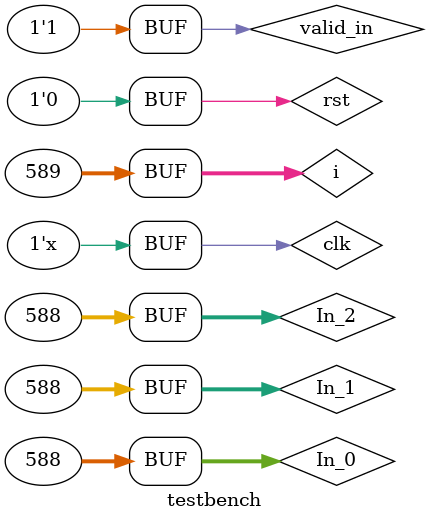
<source format=v>
`timescale 1ns/1ps

module testbench();
parameter IMG_Width=14; 
parameter IMG_Height=14;
parameter Datawidth=32; 
parameter Channel=3;
parameter Stride=2;
parameter ReLU=0;

reg clk,rst,valid_in;
reg [Datawidth-1:0] In_0,In_1,In_2;
wire [Datawidth-1:0] Out_0,Out_1,Out_2,Out_3;
wire valid_out;

always #20 clk = ~clk;

integer i;

initial begin
  clk=1'd0;
  rst=1'd0;
  #10
  rst=1'd1;
  
  #20
  rst=1'd0;
  valid_in=1'd1;
  for (i=1;i<=IMG_Width*IMG_Height*Channel;i=i+1) begin
    In_0=i;
    In_1=i;
    In_2=i;
    #40;
  end
end


Layer1_conv7x7_maxpool3x3_stride2_depth4 # (
.IMG_Width(IMG_Width), 
.IMG_Height(IMG_Height), 
.Datawidth(Datawidth),  
.Stride(Stride),
.ReLU(ReLU)
)
stage1(
clk,
rst,
valid_in,
In_0,
In_1,
In_2,
valid_out,
Out_0,
Out_1,
Out_2,
Out_3
);

endmodule

</source>
